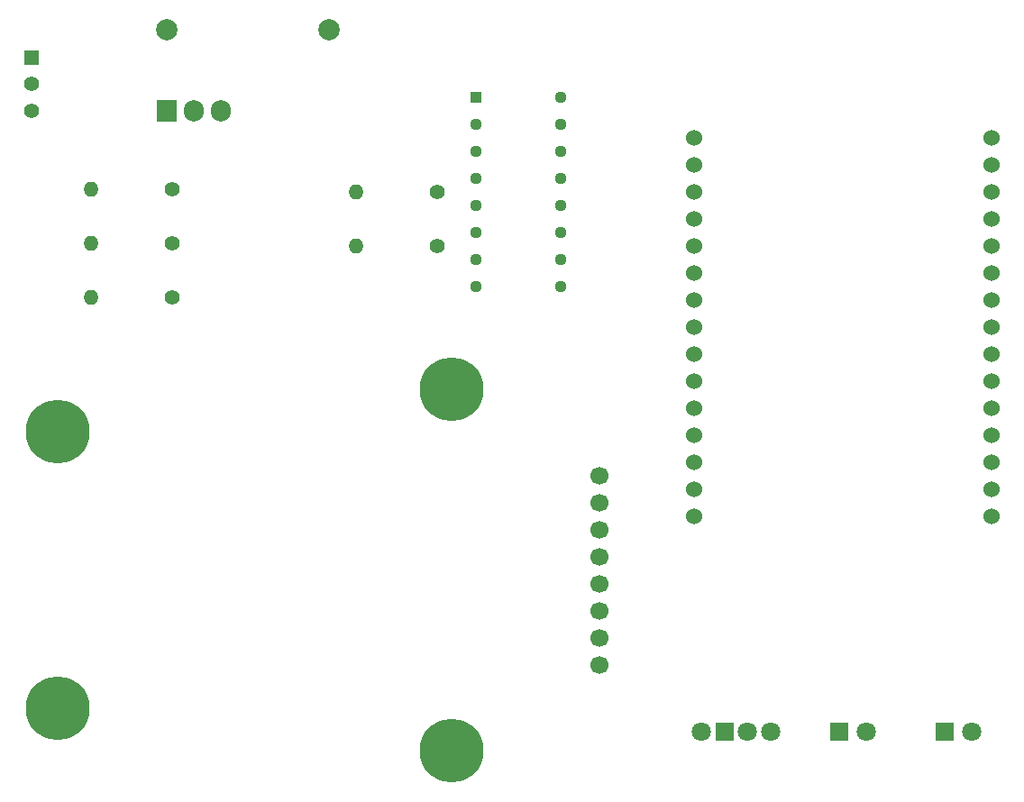
<source format=gbr>
%TF.GenerationSoftware,KiCad,Pcbnew,(6.0.11)*%
%TF.CreationDate,2023-02-17T23:10:17-08:00*%
%TF.ProjectId,badger,62616467-6572-42e6-9b69-6361645f7063,Original*%
%TF.SameCoordinates,Original*%
%TF.FileFunction,Soldermask,Top*%
%TF.FilePolarity,Negative*%
%FSLAX46Y46*%
G04 Gerber Fmt 4.6, Leading zero omitted, Abs format (unit mm)*
G04 Created by KiCad (PCBNEW (6.0.11)) date 2023-02-17 23:10:17*
%MOMM*%
%LPD*%
G01*
G04 APERTURE LIST*
%ADD10C,2.000000*%
%ADD11C,1.400000*%
%ADD12O,1.400000X1.400000*%
%ADD13R,1.800000X1.800000*%
%ADD14C,1.800000*%
%ADD15R,1.130000X1.130000*%
%ADD16C,1.130000*%
%ADD17R,1.408000X1.408000*%
%ADD18C,1.408000*%
%ADD19R,1.905000X2.000000*%
%ADD20O,1.905000X2.000000*%
%ADD21C,6.000000*%
%ADD22C,1.700000*%
%ADD23C,1.524000*%
G04 APERTURE END LIST*
D10*
%TO.C,PWR-0*%
X154940000Y-60960000D03*
%TD*%
D11*
%TO.C,R3*%
X165100000Y-76200000D03*
D12*
X157480000Y-76200000D03*
%TD*%
D13*
%TO.C,LED2*%
X212760000Y-126960000D03*
D14*
X215300000Y-126960000D03*
%TD*%
D15*
%TO.C,IC0*%
X168750000Y-67310000D03*
D16*
X168750000Y-69850000D03*
X168750000Y-72390000D03*
X168750000Y-74930000D03*
X168750000Y-77470000D03*
X168750000Y-80010000D03*
X168750000Y-82550000D03*
X168750000Y-85090000D03*
X176690000Y-85090000D03*
X176690000Y-82550000D03*
X176690000Y-80010000D03*
X176690000Y-77470000D03*
X176690000Y-74930000D03*
X176690000Y-72390000D03*
X176690000Y-69850000D03*
X176690000Y-67310000D03*
%TD*%
D13*
%TO.C,LED1*%
X202860000Y-126960000D03*
D14*
X205400000Y-126960000D03*
%TD*%
%TO.C,LED0*%
X189900000Y-126960000D03*
D13*
X192059000Y-126960000D03*
D14*
X194218000Y-126960000D03*
X196377000Y-126960000D03*
%TD*%
D17*
%TO.C,PSW0*%
X127000000Y-63580000D03*
D18*
X127000000Y-66080000D03*
X127000000Y-68580000D03*
%TD*%
D19*
%TO.C,VR0*%
X139700000Y-68580000D03*
D20*
X142240000Y-68580000D03*
X144780000Y-68580000D03*
%TD*%
D11*
%TO.C,R1*%
X140140000Y-81020000D03*
D12*
X132520000Y-81020000D03*
%TD*%
D21*
%TO.C,IC1*%
X166400000Y-94760000D03*
X129400000Y-98760000D03*
X129400000Y-124760000D03*
X166400000Y-128760000D03*
D22*
X180340000Y-120650000D03*
X180340000Y-118110000D03*
X180340000Y-115570000D03*
X180340000Y-113030000D03*
X180340000Y-110490000D03*
X180340000Y-107950000D03*
X180340000Y-105410000D03*
X180340000Y-102870000D03*
%TD*%
D11*
%TO.C,R4*%
X165100000Y-81280000D03*
D12*
X157480000Y-81280000D03*
%TD*%
D23*
%TO.C,CTRL0*%
X217170000Y-106680000D03*
X217170000Y-104140000D03*
X217170000Y-101600000D03*
X217170000Y-99060000D03*
X217170000Y-96520000D03*
X217170000Y-93980000D03*
X217170000Y-91440000D03*
X217170000Y-88900000D03*
X217170000Y-86360000D03*
X217170000Y-83820000D03*
X217170000Y-81280000D03*
X217170000Y-78740000D03*
X217170000Y-76200000D03*
X217170000Y-73660000D03*
X217170000Y-71120000D03*
X189230000Y-71120000D03*
X189230000Y-73660000D03*
X189230000Y-76200000D03*
X189230000Y-78740000D03*
X189230000Y-81280000D03*
X189230000Y-83820000D03*
X189230000Y-86360000D03*
X189230000Y-88900000D03*
X189230000Y-91440000D03*
X189230000Y-93980000D03*
X189230000Y-96520000D03*
X189230000Y-99060000D03*
X189230000Y-101600000D03*
X189230000Y-104140000D03*
X189230000Y-106680000D03*
%TD*%
D11*
%TO.C,R2*%
X140140000Y-86100000D03*
D12*
X132520000Y-86100000D03*
%TD*%
D11*
%TO.C,R0*%
X140140000Y-75940000D03*
D12*
X132520000Y-75940000D03*
%TD*%
D10*
%TO.C,PWR+0*%
X139700000Y-60960000D03*
%TD*%
M02*

</source>
